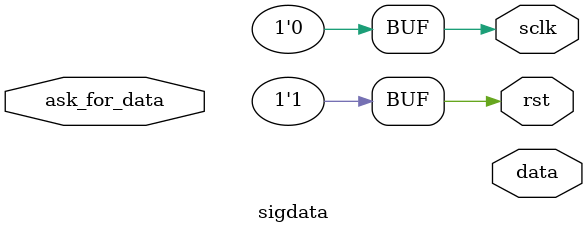
<source format=v>
`timescale 1ns/1ns
`define halfperiod 50
module sigdata(rst,sclk,data,ask_for_data);
output rst;
output [3:0] data;
output sclk;
input ask_for_data;
reg rst,sclk;

initial begin
    rst=1;
    #10 rst=0;
    #(`halfperiod*2+3) rst=1;
end
initial begin
    sclk=0;
end
endmodule

</source>
